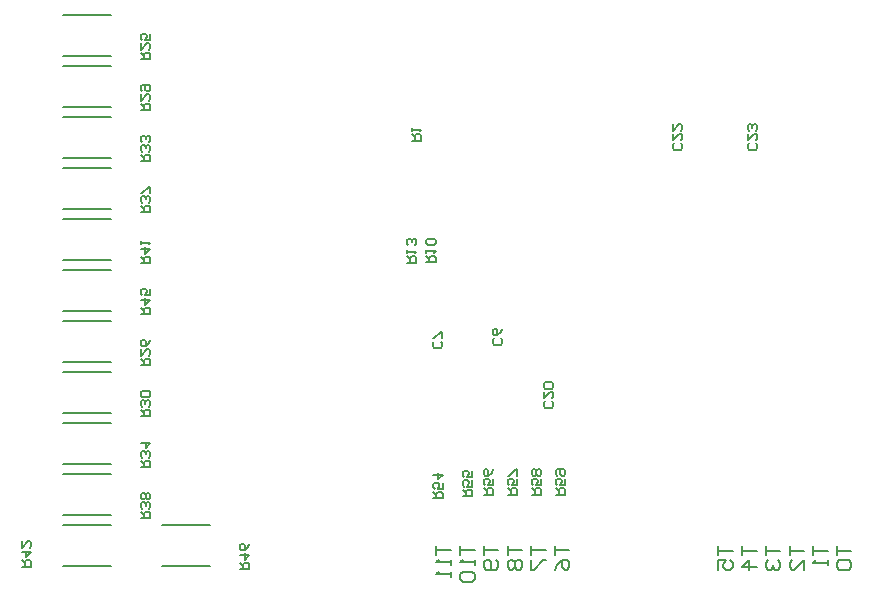
<source format=gbo>
G04 Layer_Color=32896*
%FSTAX24Y24*%
%MOIN*%
G70*
G01*
G75*
%ADD40C,0.0080*%
%ADD52C,0.0079*%
%ADD53C,0.0059*%
D40*
X02732Y02851D02*
Y02819D01*
Y02835D01*
X0278D01*
Y02803D02*
Y02787D01*
Y02795D01*
X02732D01*
X0274Y02803D01*
X0278Y02763D02*
Y02747D01*
Y02755D01*
X02732D01*
X0274Y02763D01*
X02811Y02851D02*
Y02819D01*
Y02835D01*
X02859D01*
Y02803D02*
Y02787D01*
Y02795D01*
X02811D01*
X02819Y02803D01*
Y02763D02*
X02811Y02755D01*
Y02739D01*
X02819Y02731D01*
X02851D01*
X02859Y02739D01*
Y02755D01*
X02851Y02763D01*
X02819D01*
X0289Y02851D02*
Y02819D01*
Y02835D01*
X02938D01*
X0293Y02803D02*
X02938Y02795D01*
Y02779D01*
X0293Y02771D01*
X02898D01*
X0289Y02779D01*
Y02795D01*
X02898Y02803D01*
X02906D01*
X02914Y02795D01*
Y02771D01*
X02969Y02851D02*
Y02819D01*
Y02835D01*
X03017D01*
X02977Y02803D02*
X02969Y02795D01*
Y02779D01*
X02977Y02771D01*
X02985D01*
X02993Y02779D01*
X03001Y02771D01*
X03009D01*
X03017Y02779D01*
Y02795D01*
X03009Y02803D01*
X03001D01*
X02993Y02795D01*
X02985Y02803D01*
X02977D01*
X02993Y02795D02*
Y02779D01*
X03048Y02851D02*
Y02819D01*
Y02835D01*
X03096D01*
X03048Y02803D02*
Y02771D01*
X03056D01*
X03088Y02803D01*
X03096D01*
X03127Y02851D02*
Y02819D01*
Y02835D01*
X03175D01*
X03127Y02771D02*
X03135Y02787D01*
X03151Y02803D01*
X03167D01*
X03175Y02795D01*
Y02779D01*
X03167Y02771D01*
X03159D01*
X03151Y02779D01*
Y02803D01*
X04067Y0285D02*
Y02818D01*
Y02834D01*
X04115D01*
X04075Y02802D02*
X04067Y02794D01*
Y02778D01*
X04075Y0277D01*
X04107D01*
X04115Y02778D01*
Y02794D01*
X04107Y02802D01*
X04075D01*
X03988Y0285D02*
Y02818D01*
Y02834D01*
X04036D01*
Y02802D02*
Y02786D01*
Y02794D01*
X03988D01*
X03996Y02802D01*
X03909Y0285D02*
Y02818D01*
Y02834D01*
X03957D01*
Y0277D02*
Y02802D01*
X03925Y0277D01*
X03917D01*
X03909Y02778D01*
Y02794D01*
X03917Y02802D01*
X0383Y0285D02*
Y02818D01*
Y02834D01*
X03878D01*
X03838Y02802D02*
X0383Y02794D01*
Y02778D01*
X03838Y0277D01*
X03846D01*
X03854Y02778D01*
Y02786D01*
Y02778D01*
X03862Y0277D01*
X0387D01*
X03878Y02778D01*
Y02794D01*
X0387Y02802D01*
X03751Y0285D02*
Y02818D01*
Y02834D01*
X03799D01*
Y02778D02*
X03751D01*
X03775Y02802D01*
Y0277D01*
X03672Y0285D02*
Y02818D01*
Y02834D01*
X0372D01*
X03672Y0277D02*
Y02802D01*
X03696D01*
X03688Y02786D01*
Y02778D01*
X03696Y0277D01*
X03712D01*
X0372Y02778D01*
Y02794D01*
X03712Y02802D01*
D52*
X018161Y027818D02*
X019776D01*
X018161Y029196D02*
X019776D01*
X014861Y036318D02*
X016476D01*
X014861Y037696D02*
X016476D01*
X014861Y038018D02*
X016476D01*
X014861Y039396D02*
X016476D01*
X014861Y039718D02*
X016476D01*
X014861Y041096D02*
X016476D01*
X014861Y041418D02*
X016476D01*
X014861Y042796D02*
X016476D01*
X014861Y043118D02*
X016476D01*
X014861Y044496D02*
X016476D01*
X014861Y044818D02*
X016476D01*
X014861Y046196D02*
X016476D01*
X014861Y027818D02*
X016476D01*
X014861Y029196D02*
X016476D01*
X014861Y029518D02*
X016476D01*
X014861Y030896D02*
X016476D01*
X014861Y031218D02*
X016476D01*
X014861Y032596D02*
X016476D01*
X014861Y032918D02*
X016476D01*
X014861Y034296D02*
X016476D01*
X014861Y034618D02*
X016476D01*
X014861Y035996D02*
X016476D01*
D53*
X029456Y03542D02*
X029509Y035367D01*
Y035262D01*
X029456Y03521D01*
X029246D01*
X029194Y035262D01*
Y035367D01*
X029246Y03542D01*
X029509Y035735D02*
X029456Y03563D01*
X029351Y035525D01*
X029246D01*
X029194Y035577D01*
Y035682D01*
X029246Y035735D01*
X029299D01*
X029351Y035682D01*
Y035525D01*
X027463Y03531D02*
X027516Y035258D01*
Y035153D01*
X027463Y0351D01*
X027253D01*
X027201Y035153D01*
Y035258D01*
X027253Y03531D01*
X027516Y035415D02*
Y035625D01*
X027463D01*
X027253Y035415D01*
X027201D01*
X031156Y03332D02*
X031209Y033267D01*
Y033162D01*
X031156Y03311D01*
X030946D01*
X030894Y033162D01*
Y033267D01*
X030946Y03332D01*
X030894Y033635D02*
Y033425D01*
X031104Y033635D01*
X031156D01*
X031209Y033582D01*
Y033477D01*
X031156Y033425D01*
Y03374D02*
X031209Y033792D01*
Y033897D01*
X031156Y03395D01*
X030946D01*
X030894Y033897D01*
Y033792D01*
X030946Y03374D01*
X031156D01*
X035456Y04192D02*
X035509Y041867D01*
Y041762D01*
X035456Y04171D01*
X035246D01*
X035194Y041762D01*
Y041867D01*
X035246Y04192D01*
X035194Y042235D02*
Y042025D01*
X035404Y042235D01*
X035456D01*
X035509Y042182D01*
Y042077D01*
X035456Y042025D01*
X035194Y04255D02*
Y04234D01*
X035404Y04255D01*
X035456D01*
X035509Y042497D01*
Y042392D01*
X035456Y04234D01*
X037956Y04192D02*
X038009Y041867D01*
Y041762D01*
X037956Y04171D01*
X037746D01*
X037694Y041762D01*
Y041867D01*
X037746Y04192D01*
X037694Y042235D02*
Y042025D01*
X037904Y042235D01*
X037956D01*
X038009Y042182D01*
Y042077D01*
X037956Y042025D01*
Y04234D02*
X038009Y042392D01*
Y042497D01*
X037956Y04255D01*
X037904D01*
X037851Y042497D01*
Y042445D01*
Y042497D01*
X037799Y04255D01*
X037746D01*
X037694Y042497D01*
Y042392D01*
X037746Y04234D01*
X026494Y04201D02*
X026809D01*
Y042167D01*
X026756Y04222D01*
X026651D01*
X026599Y042167D01*
Y04201D01*
Y042115D02*
X026494Y04222D01*
Y042325D02*
Y04243D01*
Y042377D01*
X026809D01*
X026756Y042325D01*
X026974Y037955D02*
X027289D01*
Y038112D01*
X027237Y038165D01*
X027132D01*
X027079Y038112D01*
Y037955D01*
Y03806D02*
X026974Y038165D01*
Y03827D02*
Y038375D01*
Y038322D01*
X027289D01*
X027237Y03827D01*
Y038532D02*
X027289Y038584D01*
Y038689D01*
X027237Y038742D01*
X027027D01*
X026974Y038689D01*
Y038584D01*
X027027Y038532D01*
X027237D01*
X026335Y037945D02*
X026649D01*
Y038102D01*
X026597Y038155D01*
X026492D01*
X02644Y038102D01*
Y037945D01*
Y03805D02*
X026335Y038155D01*
Y03826D02*
Y038365D01*
Y038312D01*
X026649D01*
X026597Y03826D01*
Y038522D02*
X026649Y038575D01*
Y03868D01*
X026597Y038732D01*
X026545D01*
X026492Y03868D01*
Y038627D01*
Y03868D01*
X02644Y038732D01*
X026387D01*
X026335Y03868D01*
Y038575D01*
X026387Y038522D01*
X017462Y044726D02*
X017777D01*
Y044884D01*
X017724Y044936D01*
X017619D01*
X017567Y044884D01*
Y044726D01*
Y044831D02*
X017462Y044936D01*
Y045251D02*
Y045041D01*
X017672Y045251D01*
X017724D01*
X017777Y045199D01*
Y045094D01*
X017724Y045041D01*
X017777Y045566D02*
Y045356D01*
X017619D01*
X017672Y045461D01*
Y045514D01*
X017619Y045566D01*
X017514D01*
X017462Y045514D01*
Y045409D01*
X017514Y045356D01*
X017467Y03453D02*
X017782D01*
Y034687D01*
X017729Y03474D01*
X017624D01*
X017572Y034687D01*
Y03453D01*
Y034635D02*
X017467Y03474D01*
Y035055D02*
Y034845D01*
X017677Y035055D01*
X017729D01*
X017782Y035002D01*
Y034897D01*
X017729Y034845D01*
X017782Y035369D02*
X017729Y035264D01*
X017624Y035159D01*
X017519D01*
X017467Y035212D01*
Y035317D01*
X017519Y035369D01*
X017572D01*
X017624Y035317D01*
Y035159D01*
X01746Y043026D02*
X017775D01*
Y043184D01*
X017722Y043236D01*
X017618D01*
X017565Y043184D01*
Y043026D01*
Y043131D02*
X01746Y043236D01*
Y043551D02*
Y043341D01*
X01767Y043551D01*
X017722D01*
X017775Y043499D01*
Y043394D01*
X017722Y043341D01*
X017513Y043656D02*
X01746Y043709D01*
Y043814D01*
X017513Y043866D01*
X017722D01*
X017775Y043814D01*
Y043709D01*
X017722Y043656D01*
X01767D01*
X017618Y043709D01*
Y043866D01*
X01746Y032826D02*
X017775D01*
Y032983D01*
X017722Y033036D01*
X017617D01*
X017565Y032983D01*
Y032826D01*
Y032931D02*
X01746Y033036D01*
X017722Y033141D02*
X017775Y033193D01*
Y033298D01*
X017722Y03335D01*
X01767D01*
X017617Y033298D01*
Y033245D01*
Y033298D01*
X017565Y03335D01*
X017512D01*
X01746Y033298D01*
Y033193D01*
X017512Y033141D01*
X017722Y033455D02*
X017775Y033508D01*
Y033613D01*
X017722Y033665D01*
X017512D01*
X01746Y033613D01*
Y033508D01*
X017512Y033455D01*
X017722D01*
X017468Y041326D02*
X017783D01*
Y041484D01*
X017731Y041536D01*
X017626D01*
X017573Y041484D01*
Y041326D01*
Y041431D02*
X017468Y041536D01*
X017731Y041641D02*
X017783Y041694D01*
Y041799D01*
X017731Y041851D01*
X017678D01*
X017626Y041799D01*
Y041746D01*
Y041799D01*
X017573Y041851D01*
X017521D01*
X017468Y041799D01*
Y041694D01*
X017521Y041641D01*
X017731Y041956D02*
X017783Y042009D01*
Y042114D01*
X017731Y042166D01*
X017678D01*
X017626Y042114D01*
Y042061D01*
Y042114D01*
X017573Y042166D01*
X017521D01*
X017468Y042114D01*
Y042009D01*
X017521Y041956D01*
X017468Y031126D02*
X017783D01*
Y031283D01*
X01773Y031336D01*
X017626D01*
X017573Y031283D01*
Y031126D01*
Y031231D02*
X017468Y031336D01*
X01773Y031441D02*
X017783Y031493D01*
Y031598D01*
X01773Y031651D01*
X017678D01*
X017626Y031598D01*
Y031546D01*
Y031598D01*
X017573Y031651D01*
X017521D01*
X017468Y031598D01*
Y031493D01*
X017521Y031441D01*
X017468Y031913D02*
X017783D01*
X017626Y031756D01*
Y031966D01*
X017466Y039626D02*
X017781D01*
Y039784D01*
X017729Y039836D01*
X017624D01*
X017571Y039784D01*
Y039626D01*
Y039731D02*
X017466Y039836D01*
X017729Y039941D02*
X017781Y039994D01*
Y040099D01*
X017729Y040151D01*
X017676D01*
X017624Y040099D01*
Y040046D01*
Y040099D01*
X017571Y040151D01*
X017519D01*
X017466Y040099D01*
Y039994D01*
X017519Y039941D01*
X017781Y040256D02*
Y040466D01*
X017729D01*
X017519Y040256D01*
X017466D01*
X017467Y029424D02*
X017782D01*
Y029582D01*
X017729Y029634D01*
X017624D01*
X017572Y029582D01*
Y029424D01*
Y029529D02*
X017467Y029634D01*
X017729Y029739D02*
X017782Y029792D01*
Y029897D01*
X017729Y029949D01*
X017677D01*
X017624Y029897D01*
Y029844D01*
Y029897D01*
X017572Y029949D01*
X017519D01*
X017467Y029897D01*
Y029792D01*
X017519Y029739D01*
X017729Y030054D02*
X017782Y030107D01*
Y030212D01*
X017729Y030264D01*
X017677D01*
X017624Y030212D01*
X017572Y030264D01*
X017519D01*
X017467Y030212D01*
Y030107D01*
X017519Y030054D01*
X017572D01*
X017624Y030107D01*
X017677Y030054D01*
X017729D01*
X017624Y030107D02*
Y030212D01*
X017464Y037926D02*
X017779D01*
Y038084D01*
X017726Y038136D01*
X017621D01*
X017569Y038084D01*
Y037926D01*
Y038031D02*
X017464Y038136D01*
Y038399D02*
X017779D01*
X017621Y038241D01*
Y038451D01*
X017464Y038556D02*
Y038661D01*
Y038609D01*
X017779D01*
X017726Y038556D01*
X013494Y02781D02*
X013809D01*
Y027967D01*
X013756Y02802D01*
X013651D01*
X013599Y027967D01*
Y02781D01*
Y027915D02*
X013494Y02802D01*
Y028282D02*
X013809D01*
X013651Y028125D01*
Y028335D01*
X013494Y02865D02*
Y02844D01*
X013704Y02865D01*
X013756D01*
X013809Y028597D01*
Y028492D01*
X013756Y02844D01*
X01746Y036226D02*
X017775D01*
Y036384D01*
X017723Y036436D01*
X017618D01*
X017565Y036384D01*
Y036226D01*
Y036331D02*
X01746Y036436D01*
Y036699D02*
X017775D01*
X017618Y036541D01*
Y036751D01*
X017775Y037066D02*
Y036856D01*
X017618D01*
X01767Y036961D01*
Y037014D01*
X017618Y037066D01*
X017513D01*
X01746Y037014D01*
Y036909D01*
X017513Y036856D01*
X020765Y027727D02*
X02108D01*
Y027885D01*
X021027Y027937D01*
X020922D01*
X02087Y027885D01*
Y027727D01*
Y027832D02*
X020765Y027937D01*
Y0282D02*
X02108D01*
X020922Y028042D01*
Y028252D01*
X02108Y028567D02*
X021027Y028462D01*
X020922Y028357D01*
X020817D01*
X020765Y02841D01*
Y028515D01*
X020817Y028567D01*
X02087D01*
X020922Y028515D01*
Y028357D01*
X027211Y030087D02*
X027525D01*
Y030245D01*
X027473Y030297D01*
X027368D01*
X027316Y030245D01*
Y030087D01*
Y030192D02*
X027211Y030297D01*
X027525Y030612D02*
Y030402D01*
X027368D01*
X027421Y030507D01*
Y03056D01*
X027368Y030612D01*
X027263D01*
X027211Y03056D01*
Y030455D01*
X027263Y030402D01*
X027211Y030875D02*
X027525D01*
X027368Y030717D01*
Y030927D01*
X028194Y03016D02*
X028509D01*
Y030317D01*
X028456Y03037D01*
X028351D01*
X028299Y030317D01*
Y03016D01*
Y030265D02*
X028194Y03037D01*
X028509Y030685D02*
Y030475D01*
X028351D01*
X028404Y03058D01*
Y030632D01*
X028351Y030685D01*
X028246D01*
X028194Y030632D01*
Y030527D01*
X028246Y030475D01*
X028509Y031D02*
Y03079D01*
X028351D01*
X028404Y030895D01*
Y030947D01*
X028351Y031D01*
X028246D01*
X028194Y030947D01*
Y030842D01*
X028246Y03079D01*
X028894Y03021D02*
X029209D01*
Y030367D01*
X029156Y03042D01*
X029051D01*
X028999Y030367D01*
Y03021D01*
Y030315D02*
X028894Y03042D01*
X029209Y030735D02*
Y030525D01*
X029051D01*
X029104Y03063D01*
Y030682D01*
X029051Y030735D01*
X028946D01*
X028894Y030682D01*
Y030577D01*
X028946Y030525D01*
X029209Y03105D02*
X029156Y030945D01*
X029051Y03084D01*
X028946D01*
X028894Y030892D01*
Y030997D01*
X028946Y03105D01*
X028999D01*
X029051Y030997D01*
Y03084D01*
X029694Y03021D02*
X030009D01*
Y030367D01*
X029956Y03042D01*
X029851D01*
X029799Y030367D01*
Y03021D01*
Y030315D02*
X029694Y03042D01*
X030009Y030735D02*
Y030525D01*
X029851D01*
X029904Y03063D01*
Y030682D01*
X029851Y030735D01*
X029746D01*
X029694Y030682D01*
Y030577D01*
X029746Y030525D01*
X030009Y03084D02*
Y03105D01*
X029956D01*
X029746Y03084D01*
X029694D01*
X030494Y03021D02*
X030809D01*
Y030367D01*
X030756Y03042D01*
X030651D01*
X030599Y030367D01*
Y03021D01*
Y030315D02*
X030494Y03042D01*
X030809Y030735D02*
Y030525D01*
X030651D01*
X030704Y03063D01*
Y030682D01*
X030651Y030735D01*
X030546D01*
X030494Y030682D01*
Y030577D01*
X030546Y030525D01*
X030756Y03084D02*
X030809Y030892D01*
Y030997D01*
X030756Y03105D01*
X030704D01*
X030651Y030997D01*
X030599Y03105D01*
X030546D01*
X030494Y030997D01*
Y030892D01*
X030546Y03084D01*
X030599D01*
X030651Y030892D01*
X030704Y03084D01*
X030756D01*
X030651Y030892D02*
Y030997D01*
X031294Y03021D02*
X031609D01*
Y030367D01*
X031556Y03042D01*
X031451D01*
X031399Y030367D01*
Y03021D01*
Y030315D02*
X031294Y03042D01*
X031609Y030735D02*
Y030525D01*
X031451D01*
X031504Y03063D01*
Y030682D01*
X031451Y030735D01*
X031346D01*
X031294Y030682D01*
Y030577D01*
X031346Y030525D01*
Y03084D02*
X031294Y030892D01*
Y030997D01*
X031346Y03105D01*
X031556D01*
X031609Y030997D01*
Y030892D01*
X031556Y03084D01*
X031504D01*
X031451Y030892D01*
Y03105D01*
M02*

</source>
